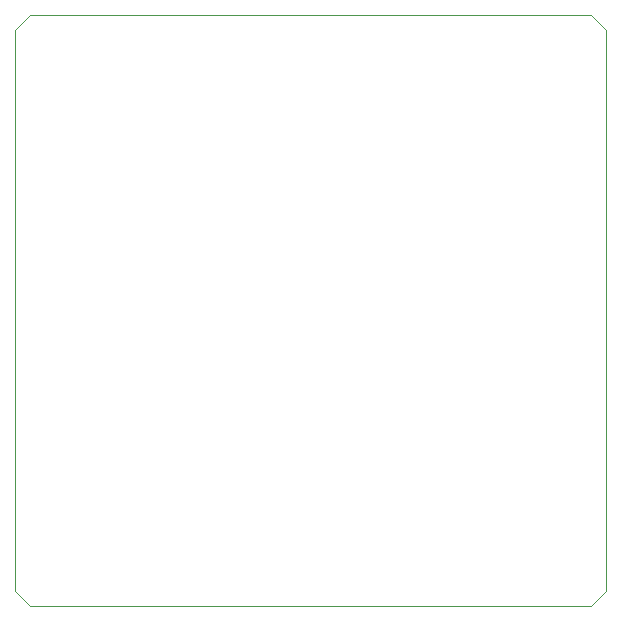
<source format=gbr>
%TF.GenerationSoftware,KiCad,Pcbnew,(5.1.9)-1*%
%TF.CreationDate,2021-08-17T19:58:34-04:00*%
%TF.ProjectId,555-Timer-Soldering-Demo,3535352d-5469-46d6-9572-2d536f6c6465,rev?*%
%TF.SameCoordinates,Original*%
%TF.FileFunction,Profile,NP*%
%FSLAX46Y46*%
G04 Gerber Fmt 4.6, Leading zero omitted, Abs format (unit mm)*
G04 Created by KiCad (PCBNEW (5.1.9)-1) date 2021-08-17 19:58:34*
%MOMM*%
%LPD*%
G01*
G04 APERTURE LIST*
%TA.AperFunction,Profile*%
%ADD10C,0.050000*%
%TD*%
G04 APERTURE END LIST*
D10*
X150000000Y-98750000D02*
X148750000Y-100000000D01*
X100000000Y-98750000D02*
X101250000Y-100000000D01*
X101250000Y-50000000D02*
X100000000Y-51250000D01*
X150000000Y-51250000D02*
X148750000Y-50000000D01*
X148750000Y-100000000D02*
X101250000Y-100000000D01*
X150000000Y-51250000D02*
X150000000Y-98750000D01*
X100000000Y-98750000D02*
X100000000Y-51250000D01*
X101250000Y-50000000D02*
X148750000Y-50000000D01*
M02*

</source>
